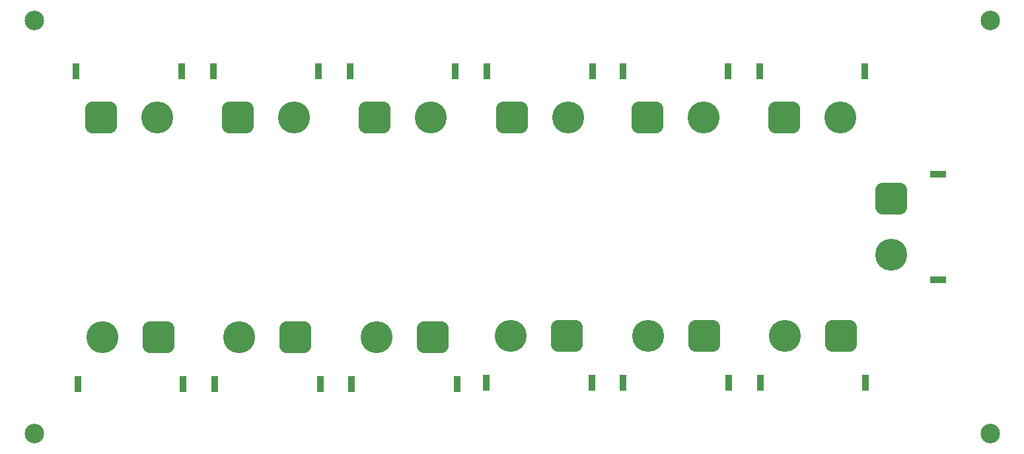
<source format=gbr>
%TF.GenerationSoftware,KiCad,Pcbnew,8.0.6*%
%TF.CreationDate,2025-03-13T21:17:34-04:00*%
%TF.ProjectId,XT60ConnectorBoard,58543630-436f-46e6-9e65-63746f72426f,rev?*%
%TF.SameCoordinates,Original*%
%TF.FileFunction,Soldermask,Bot*%
%TF.FilePolarity,Negative*%
%FSLAX46Y46*%
G04 Gerber Fmt 4.6, Leading zero omitted, Abs format (unit mm)*
G04 Created by KiCad (PCBNEW 8.0.6) date 2025-03-13 21:17:34*
%MOMM*%
%LPD*%
G01*
G04 APERTURE LIST*
G04 Aperture macros list*
%AMRoundRect*
0 Rectangle with rounded corners*
0 $1 Rounding radius*
0 $2 $3 $4 $5 $6 $7 $8 $9 X,Y pos of 4 corners*
0 Add a 4 corners polygon primitive as box body*
4,1,4,$2,$3,$4,$5,$6,$7,$8,$9,$2,$3,0*
0 Add four circle primitives for the rounded corners*
1,1,$1+$1,$2,$3*
1,1,$1+$1,$4,$5*
1,1,$1+$1,$6,$7*
1,1,$1+$1,$8,$9*
0 Add four rect primitives between the rounded corners*
20,1,$1+$1,$2,$3,$4,$5,0*
20,1,$1+$1,$4,$5,$6,$7,0*
20,1,$1+$1,$6,$7,$8,$9,0*
20,1,$1+$1,$8,$9,$2,$3,0*%
G04 Aperture macros list end*
%ADD10C,2.500000*%
%ADD11R,0.900000X2.000000*%
%ADD12RoundRect,1.025000X1.025000X1.025000X-1.025000X1.025000X-1.025000X-1.025000X1.025000X-1.025000X0*%
%ADD13C,4.100000*%
%ADD14R,2.000000X0.900000*%
%ADD15RoundRect,1.025000X-1.025000X1.025000X-1.025000X-1.025000X1.025000X-1.025000X1.025000X1.025000X0*%
%ADD16RoundRect,1.025000X-1.025000X-1.025000X1.025000X-1.025000X1.025000X1.025000X-1.025000X1.025000X0*%
G04 APERTURE END LIST*
D10*
%TO.C,REF\u002A\u002A*%
X72500000Y-57500000D03*
%TD*%
D11*
%TO.C,J12*%
X109150000Y-104150000D03*
X95650000Y-104150000D03*
D12*
X106000000Y-98150000D03*
D13*
X98800000Y-98150000D03*
%TD*%
D10*
%TO.C,REF\u002A\u002A*%
X195000000Y-110500000D03*
%TD*%
D11*
%TO.C,J8*%
X179050000Y-104000000D03*
X165550000Y-104000000D03*
D12*
X175900000Y-98000000D03*
D13*
X168700000Y-98000000D03*
%TD*%
D14*
%TO.C,J1*%
X188350000Y-77250000D03*
X188350000Y-90750000D03*
D15*
X182350000Y-80400000D03*
D13*
X182350000Y-87600000D03*
%TD*%
D11*
%TO.C,J13*%
X91600000Y-104150000D03*
X78100000Y-104150000D03*
D12*
X88450000Y-98150000D03*
D13*
X81250000Y-98150000D03*
%TD*%
D10*
%TO.C,REF\u002A\u002A*%
X72500000Y-110500000D03*
%TD*%
D11*
%TO.C,J9*%
X161500000Y-104000000D03*
X148000000Y-104000000D03*
D12*
X158350000Y-98000000D03*
D13*
X151150000Y-98000000D03*
%TD*%
D11*
%TO.C,J2*%
X77900000Y-64000000D03*
X91400000Y-64000000D03*
D16*
X81050000Y-70000000D03*
D13*
X88250000Y-70000000D03*
%TD*%
D11*
%TO.C,J6*%
X147950000Y-64000000D03*
X161450000Y-64000000D03*
D16*
X151100000Y-70000000D03*
D13*
X158300000Y-70000000D03*
%TD*%
D11*
%TO.C,J10*%
X143950000Y-104000000D03*
X130450000Y-104000000D03*
D12*
X140800000Y-98000000D03*
D13*
X133600000Y-98000000D03*
%TD*%
D11*
%TO.C,J5*%
X130550000Y-64000000D03*
X144050000Y-64000000D03*
D16*
X133700000Y-70000000D03*
D13*
X140900000Y-70000000D03*
%TD*%
D11*
%TO.C,J7*%
X165450000Y-64000000D03*
X178950000Y-64000000D03*
D16*
X168600000Y-70000000D03*
D13*
X175800000Y-70000000D03*
%TD*%
D11*
%TO.C,J11*%
X126700000Y-104150000D03*
X113200000Y-104150000D03*
D12*
X123550000Y-98150000D03*
D13*
X116350000Y-98150000D03*
%TD*%
D11*
%TO.C,J4*%
X113000000Y-64000000D03*
X126500000Y-64000000D03*
D16*
X116150000Y-70000000D03*
D13*
X123350000Y-70000000D03*
%TD*%
D10*
%TO.C,REF\u002A\u002A*%
X195000000Y-57500000D03*
%TD*%
D11*
%TO.C,J3*%
X95450000Y-64000000D03*
X108950000Y-64000000D03*
D16*
X98600000Y-70000000D03*
D13*
X105800000Y-70000000D03*
%TD*%
M02*

</source>
